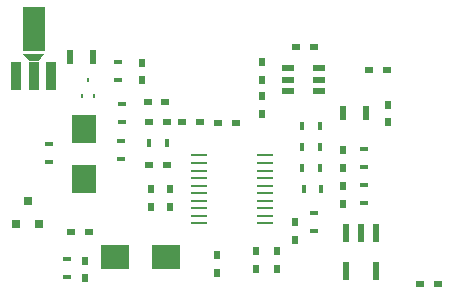
<source format=gbr>
G04 #@! TF.FileFunction,Paste,Top*
%FSLAX46Y46*%
G04 Gerber Fmt 4.6, Leading zero omitted, Abs format (unit mm)*
G04 Created by KiCad (PCBNEW 4.0.6) date Monday, October 02, 2017 'PMt' 03:48:25 PM*
%MOMM*%
%LPD*%
G01*
G04 APERTURE LIST*
%ADD10C,0.100000*%
%ADD11R,0.347600X0.747600*%
%ADD12R,1.371600X0.227600*%
%ADD13R,0.547600X1.147600*%
%ADD14R,0.597600X0.647600*%
%ADD15R,0.848360X2.349500*%
%ADD16R,1.846580X3.848100*%
%ADD17R,0.247600X0.357600*%
%ADD18R,0.647600X0.597600*%
%ADD19R,0.747600X0.347600*%
%ADD20R,1.067600X0.497600*%
%ADD21R,0.609600X1.498600*%
%ADD22R,2.347600X2.147600*%
%ADD23R,2.147600X2.347600*%
%ADD24R,0.647600X0.747600*%
G04 APERTURE END LIST*
D10*
D11*
X155309000Y-100330000D03*
X153809000Y-100330000D03*
D12*
X145033000Y-101028500D03*
X150623000Y-101028500D03*
X145033000Y-101668500D03*
X150623000Y-101668500D03*
X145033000Y-102308500D03*
X150623000Y-102308500D03*
X145033000Y-102948500D03*
X150623000Y-102948500D03*
X145033000Y-103588500D03*
X150623000Y-103588500D03*
X145033000Y-104228500D03*
X150623000Y-104228500D03*
X145033000Y-104868500D03*
X150623000Y-104868500D03*
X145033000Y-105508500D03*
X150623000Y-105508500D03*
X145033000Y-106148500D03*
X150623000Y-106148500D03*
X145033000Y-106788500D03*
X150623000Y-106788500D03*
D13*
X136078000Y-92710000D03*
X134178000Y-92710000D03*
D14*
X140271500Y-94666500D03*
X140271500Y-93166500D03*
D15*
X129562860Y-94300040D03*
X131064000Y-94300040D03*
X132565140Y-94300040D03*
D16*
X131064000Y-90347800D03*
D10*
G36*
X131988560Y-92398850D02*
X131488180Y-92995750D01*
X130639820Y-92995750D01*
X130139440Y-92398850D01*
X131988560Y-92398850D01*
X131988560Y-92398850D01*
G37*
D17*
X135199500Y-95963500D03*
X136199500Y-95963500D03*
X135699500Y-94663500D03*
D18*
X142367000Y-101854000D03*
X140867000Y-101854000D03*
D14*
X157226000Y-102096000D03*
X157226000Y-100596000D03*
X140970000Y-103898000D03*
X140970000Y-105398000D03*
X142621000Y-103898000D03*
X142621000Y-105398000D03*
X157226000Y-105144000D03*
X157226000Y-103644000D03*
X153162000Y-106692000D03*
X153162000Y-108192000D03*
X151638000Y-109105000D03*
X151638000Y-110605000D03*
X146558000Y-109486000D03*
X146558000Y-110986000D03*
X149860000Y-109105000D03*
X149860000Y-110605000D03*
X150368000Y-97524000D03*
X150368000Y-96024000D03*
X150368000Y-94603000D03*
X150368000Y-93103000D03*
D18*
X160960500Y-93789500D03*
X159460500Y-93789500D03*
X153301000Y-91821000D03*
X154801000Y-91821000D03*
X142355000Y-98171000D03*
X140855000Y-98171000D03*
X140728000Y-96520000D03*
X142228000Y-96520000D03*
X148197000Y-98298000D03*
X146697000Y-98298000D03*
X143649000Y-98171000D03*
X145149000Y-98171000D03*
D19*
X138557000Y-96659000D03*
X138557000Y-98159000D03*
D11*
X140867000Y-99949000D03*
X142367000Y-99949000D03*
X153809000Y-98552000D03*
X155309000Y-98552000D03*
X153936000Y-103886000D03*
X155436000Y-103886000D03*
D19*
X154813000Y-105930000D03*
X154813000Y-107430000D03*
X159004000Y-100469000D03*
X159004000Y-101969000D03*
D11*
X155309000Y-102108000D03*
X153809000Y-102108000D03*
D19*
X159004000Y-103517000D03*
X159004000Y-105017000D03*
D13*
X157292000Y-97409000D03*
X159192000Y-97409000D03*
D19*
X138430000Y-99834000D03*
X138430000Y-101334000D03*
D20*
X155234000Y-95565000D03*
X155234000Y-94615000D03*
X155234000Y-93665000D03*
X152614000Y-93665000D03*
X152614000Y-94615000D03*
X152614000Y-95565000D03*
D21*
X160020000Y-110807500D03*
X160020000Y-107632500D03*
X158750000Y-107632500D03*
X157480000Y-110807500D03*
X157480000Y-107632500D03*
D19*
X138176000Y-94603000D03*
X138176000Y-93103000D03*
D18*
X134251000Y-107505500D03*
X135751000Y-107505500D03*
D22*
X142294500Y-109664500D03*
X137994500Y-109664500D03*
D23*
X135318500Y-103051500D03*
X135318500Y-98751500D03*
D24*
X129606000Y-106854500D03*
X131506000Y-106854500D03*
X130556000Y-104854500D03*
D19*
X133858000Y-111303500D03*
X133858000Y-109803500D03*
D18*
X163778500Y-111950500D03*
X165278500Y-111950500D03*
D14*
X161099500Y-98222500D03*
X161099500Y-96722500D03*
X135445500Y-111430500D03*
X135445500Y-109930500D03*
D19*
X132334000Y-101588000D03*
X132334000Y-100088000D03*
M02*

</source>
